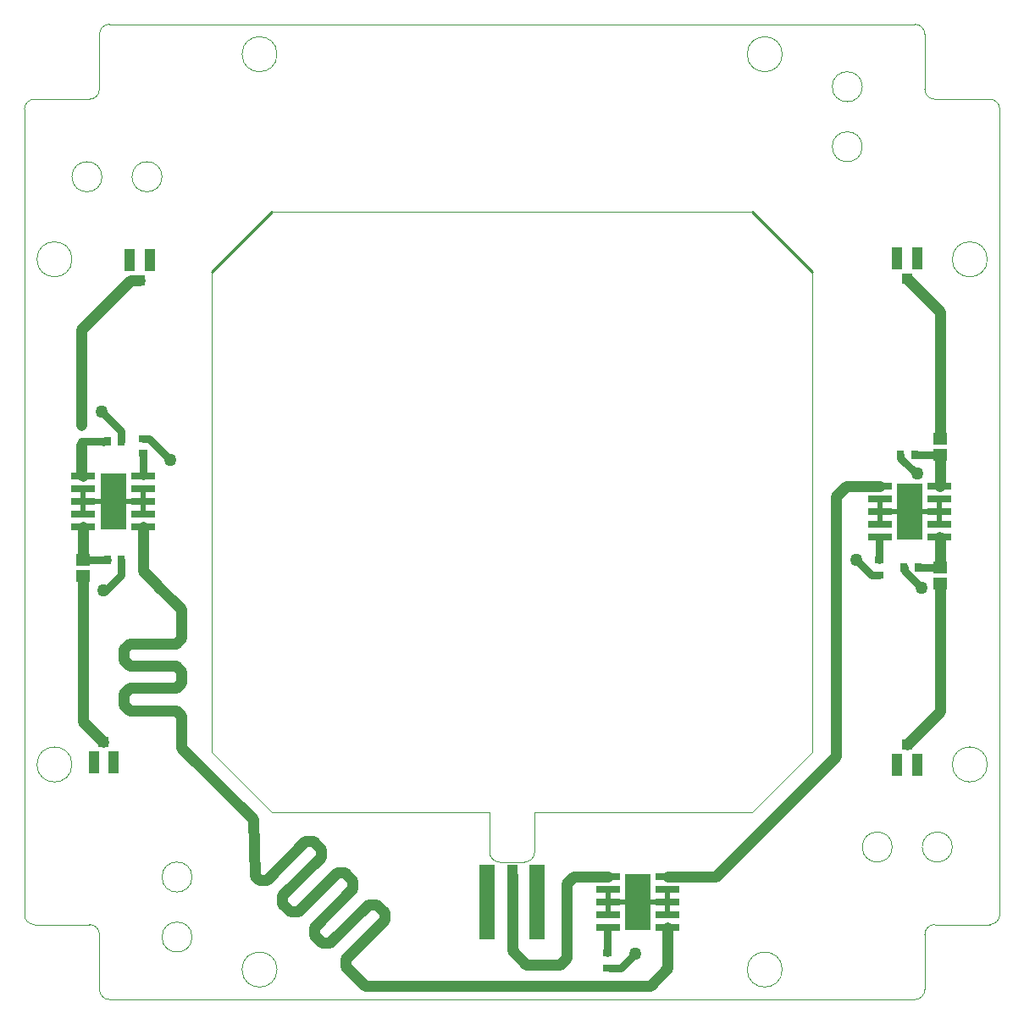
<source format=gtl>
G04*
G04 #@! TF.GenerationSoftware,Altium Limited,Altium Designer,19.0.10 (269)*
G04*
G04 Layer_Physical_Order=1*
G04 Layer_Color=255*
%FSLAX42Y42*%
%MOMM*%
G71*
G01*
G75*
%ADD11C,0.25*%
%ADD12R,1.50X7.50*%
%ADD13R,1.10X3.62*%
%ADD14R,0.80X0.90*%
%ADD15R,0.90X0.70*%
%ADD16R,1.40X1.20*%
%ADD17R,2.41X0.76*%
%ADD18R,1.00X1.00*%
%ADD19R,1.00X2.20*%
%ADD30C,1.12*%
%ADD31C,1.00*%
%ADD32C,0.75*%
%ADD33C,0.50*%
%ADD34C,0.01*%
%ADD35R,2.54X5.59*%
%ADD36C,1.27*%
D11*
X10020Y10620D02*
X10620Y10020D01*
X4620D02*
X5220Y10620D01*
D12*
X7370Y3721D02*
D03*
X7870D02*
D03*
D13*
X7620Y3912D02*
D03*
D14*
X3715Y8323D02*
D03*
X3575D02*
D03*
X11678Y7068D02*
D03*
X11538D02*
D03*
X3715Y7137D02*
D03*
X3575D02*
D03*
X11641Y8192D02*
D03*
X11501D02*
D03*
D15*
X3931Y8205D02*
D03*
Y8355D02*
D03*
X8572Y3212D02*
D03*
Y3062D02*
D03*
X11290Y6987D02*
D03*
Y7137D02*
D03*
D16*
X11900Y8188D02*
D03*
Y8348D02*
D03*
Y7065D02*
D03*
Y6905D02*
D03*
X3334Y6981D02*
D03*
Y7141D02*
D03*
D17*
X9176Y3467D02*
D03*
Y3594D02*
D03*
Y3721D02*
D03*
Y3848D02*
D03*
Y3975D02*
D03*
X8579D02*
D03*
Y3848D02*
D03*
Y3721D02*
D03*
Y3594D02*
D03*
Y3467D02*
D03*
X11297Y7366D02*
D03*
Y7493D02*
D03*
Y7620D02*
D03*
Y7747D02*
D03*
Y7874D02*
D03*
X11894D02*
D03*
Y7747D02*
D03*
Y7620D02*
D03*
Y7493D02*
D03*
Y7366D02*
D03*
X3931Y7976D02*
D03*
Y7849D02*
D03*
Y7722D02*
D03*
Y7595D02*
D03*
Y7468D02*
D03*
X3334D02*
D03*
Y7595D02*
D03*
Y7722D02*
D03*
Y7849D02*
D03*
Y7976D02*
D03*
D18*
X11571Y5295D02*
D03*
X3537Y5319D02*
D03*
X3900Y9935D02*
D03*
X11568Y9954D02*
D03*
D19*
X11471Y5095D02*
D03*
X11671D02*
D03*
X3437Y5119D02*
D03*
X3637D02*
D03*
X4000Y10135D02*
D03*
X3800D02*
D03*
X11468Y10154D02*
D03*
X11668D02*
D03*
D30*
X3313Y9446D02*
X3801Y9935D01*
X3900D01*
X3313Y8487D02*
Y9446D01*
X5048Y3981D02*
X5088Y3942D01*
X5029Y4547D02*
X5048Y3981D01*
X4314Y5261D02*
X5029Y4547D01*
X7620Y3912D02*
Y3988D01*
Y3236D02*
Y3912D01*
X11892Y8190D02*
X11897Y8185D01*
X10858Y5180D02*
Y7772D01*
X9653Y3975D02*
X10858Y5180D01*
X9176Y3975D02*
X9653D01*
X9176Y3058D02*
Y3467D01*
X9000Y2883D02*
X9176Y3058D01*
X6236Y2883D02*
X9000D01*
X6147D02*
X6236D01*
X6074Y2956D02*
X6147Y2883D01*
X5956Y3074D02*
X6074Y2956D01*
X5956Y3074D02*
Y3153D01*
X6341Y3539D01*
Y3617D01*
X6262Y3696D02*
X6341Y3617D01*
X6184Y3696D02*
X6262D01*
X5798Y3311D02*
X6184Y3696D01*
X5719Y3311D02*
X5798Y3311D01*
X5640Y3390D02*
X5719Y3311D01*
X5640Y3390D02*
Y3469D01*
X6026Y3854D01*
Y3933D01*
X5947Y4012D02*
X6026Y3933D01*
X5868Y4012D02*
X5947D01*
X5482Y3626D02*
X5868Y4012D01*
X5403Y3626D02*
X5482Y3626D01*
X5324Y3705D02*
X5403Y3626D01*
X5324Y3705D02*
Y3784D01*
X5710Y4170D01*
Y4249D01*
X5631Y4328D02*
X5710Y4249D01*
X5552Y4328D02*
X5631D01*
X5167Y3942D02*
X5552Y4328D01*
X5088Y3942D02*
X5167D01*
X4314Y5261D02*
Y5524D01*
X11890Y8192D02*
X11892Y8190D01*
X11897Y7068D02*
X11898Y7067D01*
X10858Y7772D02*
X10960Y7874D01*
X11297D01*
X3334Y5522D02*
Y6981D01*
Y5522D02*
X3537Y5319D01*
X3334Y7141D02*
Y7449D01*
X3334Y7468D02*
X3334Y7468D01*
X3315Y7993D02*
Y8288D01*
Y7993D02*
X3333Y7976D01*
X3334D01*
X3931Y7029D02*
Y7468D01*
Y7029D02*
X4077Y6883D01*
X4078Y6882D01*
X4236Y6725D01*
X4314Y6646D01*
Y6529D02*
Y6646D01*
Y6362D02*
Y6529D01*
X4259Y6306D02*
X4314Y6362D01*
X3795Y6306D02*
X4259D01*
X3739Y6250D02*
X3795Y6306D01*
X3739Y6138D02*
Y6250D01*
Y6138D02*
X3795Y6083D01*
X4259D01*
X4314Y6027D01*
Y5915D02*
Y6027D01*
X4259Y5859D02*
X4314Y5915D01*
X3795Y5859D02*
X4259D01*
X3739Y5803D02*
X3795Y5859D01*
X3739Y5692D02*
Y5803D01*
Y5692D02*
X3795Y5636D01*
X4259D01*
X4314Y5580D01*
Y5524D02*
Y5580D01*
X11897Y7877D02*
Y8185D01*
X11894Y7874D02*
X11897Y7877D01*
Y7068D02*
Y7363D01*
X11894Y7366D02*
X11897Y7363D01*
X11900Y5623D02*
Y6905D01*
X11571Y5295D02*
X11900Y5623D01*
Y8348D02*
Y9622D01*
X11568Y9954D02*
X11900Y9622D01*
X8231Y3975D02*
X8579D01*
X8166Y3910D02*
X8231Y3975D01*
X8166Y3161D02*
Y3910D01*
X8101Y3096D02*
X8166Y3161D01*
X7760Y3096D02*
X8101D01*
X7620Y3236D02*
X7760Y3096D01*
D31*
X7366Y3717D02*
Y4013D01*
X7861Y3730D02*
Y4013D01*
Y3730D02*
X7870Y3721D01*
X7366Y3717D02*
X7370Y3721D01*
Y3658D02*
Y3721D01*
D32*
X3715Y6992D02*
Y7137D01*
X3556Y6833D02*
X3715Y6992D01*
X3531Y6833D02*
X3556D01*
X3573Y7139D02*
X3575Y7137D01*
X3336Y7139D02*
X3573D01*
X3334Y7141D02*
X3336Y7139D01*
X3518Y8623D02*
X3712Y8429D01*
Y8325D02*
Y8429D01*
Y8325D02*
X3715Y8323D01*
X3992Y8353D02*
X4204Y8141D01*
X3933Y8353D02*
X3992D01*
X3313Y8327D02*
X3317Y8323D01*
X3537Y8318D02*
Y8320D01*
X3534Y8323D02*
X3537Y8320D01*
X3317Y8323D02*
X3534D01*
X3931Y8355D02*
X3933Y8353D01*
X3931Y7976D02*
Y8205D01*
Y7976D02*
X3931Y7976D01*
X11501Y8158D02*
X11658Y8001D01*
X11671D01*
X11501Y8158D02*
Y8192D01*
X11892Y8190D02*
X11898D01*
X11643D02*
X11892D01*
X11641Y8192D02*
X11643Y8190D01*
X11898D02*
X11900Y8188D01*
X8572Y3212D02*
Y3467D01*
X8573Y3467D01*
X8579D01*
X8707Y3062D02*
X8852Y3207D01*
X8598Y3062D02*
X8707D01*
X11898Y7067D02*
X11900Y7065D01*
X11679Y7067D02*
X11898D01*
X11678Y7068D02*
X11679Y7067D01*
X11540Y7027D02*
X11709Y6858D01*
X11540Y7027D02*
Y7066D01*
X11538Y7068D02*
X11540Y7066D01*
X11290Y7137D02*
Y7365D01*
X11291Y7366D01*
X11297D01*
X11062Y7137D02*
X11209Y6990D01*
X11288D01*
X11290Y6987D01*
D33*
X8877Y3721D02*
X9176D01*
Y3594D02*
Y3721D01*
Y3848D01*
X8579Y3594D02*
Y3721D01*
X8877D01*
X8579D02*
Y3848D01*
X3334Y7722D02*
Y7849D01*
Y7595D02*
Y7722D01*
X3632D01*
X3931Y7595D02*
Y7722D01*
Y7849D01*
X3632Y7722D02*
X3931D01*
X11297Y7620D02*
X11595D01*
X11297Y7493D02*
Y7620D01*
Y7747D01*
X11894Y7493D02*
Y7620D01*
X11595D02*
X11894D01*
Y7747D01*
D34*
X4420Y3370D02*
G03*
X4420Y3370I-150J0D01*
G01*
D02*
G03*
X4420Y3370I-150J0D01*
G01*
Y3970D02*
G03*
X4420Y3970I-150J0D01*
G01*
D02*
G03*
X4420Y3970I-150J0D01*
G01*
X7745Y4120D02*
G03*
X7845Y4220I0J100D01*
G01*
X7395D02*
G03*
X7495Y4120I100J0D01*
G01*
X2845Y11745D02*
G03*
X2745Y11645I0J-100D01*
G01*
X3395Y11745D02*
G03*
X3495Y11845I0J100D01*
G01*
X3595Y12495D02*
G03*
X3495Y12395I0J-100D01*
G01*
X11745D02*
G03*
X11645Y12495I-100J0D01*
G01*
X11845Y3495D02*
G03*
X11745Y3395I0J-100D01*
G01*
X11645Y2745D02*
G03*
X11745Y2845I0J100D01*
G01*
X3495D02*
G03*
X3595Y2745I100J0D01*
G01*
X3495Y3395D02*
G03*
X3395Y3495I-100J0D01*
G01*
X2745Y3595D02*
G03*
X2845Y3495I100J0D01*
G01*
X11745Y11845D02*
G03*
X11845Y11745I100J0D01*
G01*
X12495Y11645D02*
G03*
X12395Y11745I-100J0D01*
G01*
Y3495D02*
G03*
X12495Y3595I0J100D01*
G01*
X11420Y4270D02*
G03*
X11420Y4270I-150J0D01*
G01*
X12020D02*
G03*
X12020Y4270I-150J0D01*
G01*
X11120Y11270D02*
G03*
X11120Y11270I-150J0D01*
G01*
Y11870D02*
G03*
X11120Y11870I-150J0D01*
G01*
X12370Y10145D02*
G03*
X12370Y10145I-175J0D01*
G01*
X10320Y12195D02*
G03*
X10320Y12195I-175J0D01*
G01*
X3220Y10145D02*
G03*
X3220Y10145I-175J0D01*
G01*
X10320Y3045D02*
G03*
X10320Y3045I-175J0D01*
G01*
X3220Y5095D02*
G03*
X3220Y5095I-175J0D01*
G01*
X5270Y3045D02*
G03*
X5270Y3045I-175J0D01*
G01*
Y12195D02*
G03*
X5270Y12195I-175J0D01*
G01*
X12370Y5095D02*
G03*
X12370Y5095I-175J0D01*
G01*
X4120Y10970D02*
G03*
X4120Y10970I-150J0D01*
G01*
X3520D02*
G03*
X3520Y10970I-150J0D01*
G01*
X5270Y12195D02*
G03*
X5270Y12195I-175J0D01*
G01*
X12370Y5095D02*
G03*
X12370Y5095I-175J0D01*
G01*
X11745Y11845D02*
G03*
X11845Y11745I100J0D01*
G01*
X12495Y11645D02*
G03*
X12395Y11745I-100J0D01*
G01*
Y3495D02*
G03*
X12495Y3595I0J100D01*
G01*
X11845Y3495D02*
G03*
X11745Y3395I0J-100D01*
G01*
X11645Y2745D02*
G03*
X11745Y2845I0J100D01*
G01*
X3495D02*
G03*
X3595Y2745I100J0D01*
G01*
X3495Y3395D02*
G03*
X3395Y3495I-100J0D01*
G01*
X2745Y3595D02*
G03*
X2845Y3495I100J0D01*
G01*
Y11745D02*
G03*
X2745Y11645I0J-100D01*
G01*
X3395Y11745D02*
G03*
X3495Y11845I0J100D01*
G01*
X3595Y12495D02*
G03*
X3495Y12395I0J-100D01*
G01*
X11745D02*
G03*
X11645Y12495I-100J0D01*
G01*
X5270Y3045D02*
G03*
X5270Y3045I-175J0D01*
G01*
X3220Y5095D02*
G03*
X3220Y5095I-175J0D01*
G01*
X10320Y3045D02*
G03*
X10320Y3045I-175J0D01*
G01*
X3220Y10145D02*
G03*
X3220Y10145I-175J0D01*
G01*
X10320Y12195D02*
G03*
X10320Y12195I-175J0D01*
G01*
X12370Y10145D02*
G03*
X12370Y10145I-175J0D01*
G01*
X11420Y4270D02*
G03*
X11420Y4270I-150J0D01*
G01*
X12020D02*
G03*
X12020Y4270I-150J0D01*
G01*
X3520Y10970D02*
G03*
X3520Y10970I-150J0D01*
G01*
X4120D02*
G03*
X4120Y10970I-150J0D01*
G01*
X11120Y11270D02*
G03*
X11120Y11270I-150J0D01*
G01*
Y11870D02*
G03*
X11120Y11870I-150J0D01*
G01*
X7395Y4220D02*
G03*
X7495Y4120I100J0D01*
G01*
X7745D02*
G03*
X7845Y4220I0J100D01*
G01*
X5220Y10620D02*
X10020Y10620D01*
X4620Y5220D02*
X5220Y4620D01*
X7395D01*
X4620Y5232D02*
Y10020D01*
X7845Y4620D02*
X10020D01*
X10620Y5220D01*
X4620D02*
Y5232D01*
X7845Y4220D02*
Y4620D01*
X7495Y4120D02*
X7745D01*
X7395Y4220D02*
Y4620D01*
X2845Y11745D02*
X3395D01*
X3495Y11845D02*
Y12395D01*
X11570Y12495D02*
X11645D01*
X3595D02*
X10370D01*
X11745Y11845D02*
Y12395D01*
Y2845D02*
Y3395D01*
X4870Y2745D02*
X11645D01*
X3595D02*
X3670D01*
X3495Y2845D02*
Y3395D01*
X2845Y3495D02*
X3395D01*
X2745Y3595D02*
Y10370D01*
Y11570D02*
Y11645D01*
X11845Y11745D02*
X12395D01*
X12495Y3595D02*
Y3670D01*
Y4870D02*
Y11645D01*
X11845Y3495D02*
X12395D01*
X11845Y11745D02*
X12395D01*
X12495Y3595D02*
Y11645D01*
X11845Y3495D02*
X12395D01*
X11745Y2845D02*
Y3395D01*
X3595Y2745D02*
X11645D01*
X3495Y2845D02*
Y3395D01*
X2845Y3495D02*
X3395D01*
X2745Y3595D02*
Y11645D01*
X2845Y11745D02*
X3395D01*
X3495Y11845D02*
Y12395D01*
X3595Y12495D02*
X11645D01*
X11745Y11845D02*
Y12395D01*
X7845Y4620D02*
X10020D01*
X10620Y10020D02*
X10620Y5220D01*
X4620Y10020D02*
X4620Y5220D01*
X5220Y4620D02*
X7395Y4620D01*
Y4220D02*
Y4620D01*
X7495Y4120D02*
X7745D01*
X7845Y4220D02*
Y4620D01*
D35*
X8877Y3721D02*
D03*
X11595Y7620D02*
D03*
X3632Y7722D02*
D03*
D36*
X3531Y6833D02*
D03*
X3518Y8623D02*
D03*
X4204Y8141D02*
D03*
X11671Y8001D02*
D03*
X8852Y3207D02*
D03*
X11062Y7137D02*
D03*
X7861Y4013D02*
D03*
X7366D02*
D03*
X11709Y6858D02*
D03*
M02*

</source>
